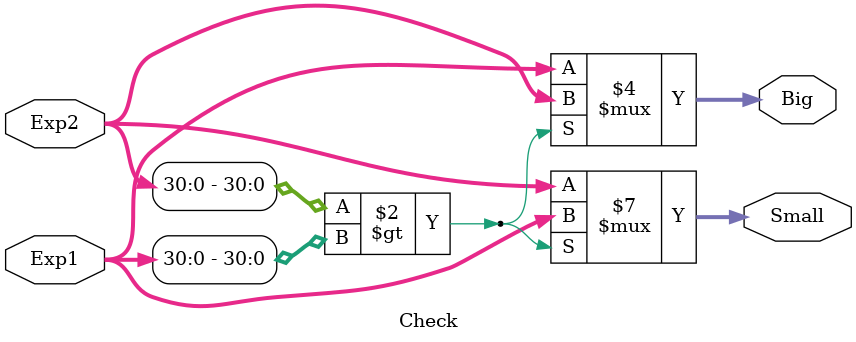
<source format=v>

module Check(input [31:0]Exp1, input [31:0]Exp2, output reg [31:0]Big, output reg [31:0]Small);

    always @(Exp1 | Exp2)
    begin
        if(Exp2[30:0]>Exp1[30:0])
        begin
            Small = Exp1;
            Big = Exp2;
        end
        else
        begin
            Big = Exp1;
            Small = Exp2;
        end
    end

endmodule
</source>
